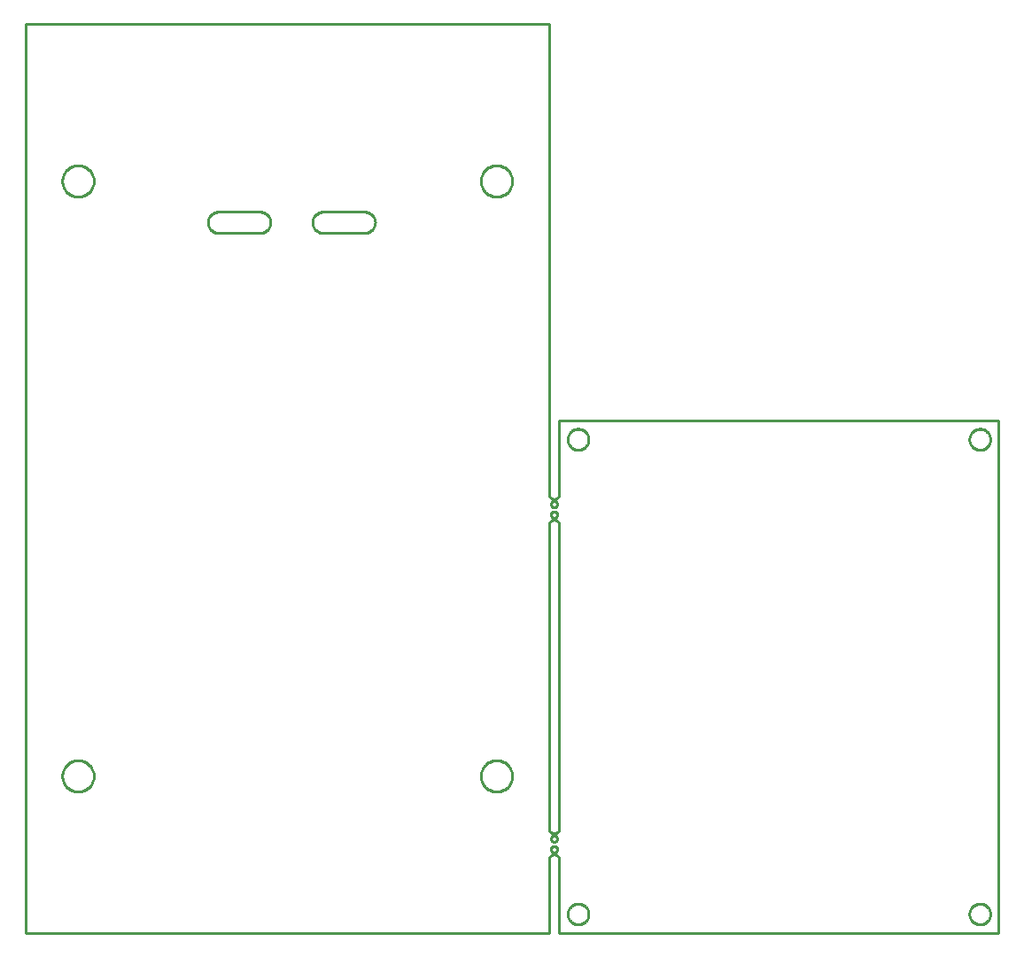
<source format=gbr>
G04 EAGLE Gerber RS-274X export*
G75*
%MOMM*%
%FSLAX34Y34*%
%LPD*%
%AMOC8*
5,1,8,0,0,1.08239X$1,22.5*%
G01*
%ADD10C,0.254000*%


D10*
X0Y0D02*
X500000Y0D01*
X500000Y70000D01*
X500019Y70436D01*
X500076Y70868D01*
X500170Y71294D01*
X500302Y71710D01*
X500468Y72113D01*
X500670Y72500D01*
X500904Y72868D01*
X501170Y73214D01*
X501464Y73536D01*
X501786Y73830D01*
X502132Y74096D01*
X502500Y74330D01*
X502887Y74532D01*
X503290Y74698D01*
X503706Y74830D01*
X504132Y74924D01*
X504564Y74981D01*
X505000Y75000D01*
X505436Y74981D01*
X505868Y74924D01*
X506294Y74830D01*
X506710Y74698D01*
X507113Y74532D01*
X507500Y74330D01*
X507868Y74096D01*
X508214Y73830D01*
X508536Y73536D01*
X508830Y73214D01*
X509096Y72868D01*
X509330Y72500D01*
X509532Y72113D01*
X509698Y71710D01*
X509830Y71294D01*
X509924Y70868D01*
X509981Y70436D01*
X510000Y70000D01*
X510000Y0D01*
X930000Y0D01*
X930000Y490000D01*
X510000Y490000D01*
X510000Y420000D01*
X509981Y419564D01*
X509924Y419132D01*
X509830Y418706D01*
X509698Y418290D01*
X509532Y417887D01*
X509330Y417500D01*
X509096Y417132D01*
X508830Y416786D01*
X508536Y416464D01*
X508214Y416170D01*
X507868Y415904D01*
X507500Y415670D01*
X507113Y415468D01*
X506710Y415302D01*
X506294Y415170D01*
X505868Y415076D01*
X505436Y415019D01*
X505000Y415000D01*
X504564Y415019D01*
X504132Y415076D01*
X503706Y415170D01*
X503290Y415302D01*
X502887Y415468D01*
X502500Y415670D01*
X502132Y415904D01*
X501786Y416170D01*
X501464Y416464D01*
X501170Y416786D01*
X500904Y417132D01*
X500670Y417500D01*
X500468Y417887D01*
X500302Y418290D01*
X500170Y418706D01*
X500076Y419132D01*
X500019Y419564D01*
X500000Y420000D01*
X500000Y869000D01*
X0Y869000D01*
X0Y0D01*
X284000Y669450D02*
X324000Y669450D01*
X324872Y669488D01*
X325736Y669602D01*
X326588Y669791D01*
X327420Y670053D01*
X328226Y670387D01*
X329000Y670790D01*
X329736Y671258D01*
X330428Y671790D01*
X331071Y672379D01*
X331660Y673022D01*
X332192Y673714D01*
X332660Y674450D01*
X333063Y675224D01*
X333397Y676030D01*
X333659Y676862D01*
X333848Y677714D01*
X333962Y678578D01*
X334000Y679450D01*
X333962Y680322D01*
X333848Y681186D01*
X333659Y682038D01*
X333397Y682870D01*
X333063Y683676D01*
X332660Y684450D01*
X332192Y685186D01*
X331660Y685878D01*
X331071Y686521D01*
X330428Y687110D01*
X329736Y687642D01*
X329000Y688110D01*
X328226Y688513D01*
X327420Y688847D01*
X326588Y689109D01*
X325736Y689298D01*
X324872Y689412D01*
X324000Y689450D01*
X284000Y689450D01*
X283128Y689412D01*
X282264Y689298D01*
X281412Y689109D01*
X280580Y688847D01*
X279774Y688513D01*
X279000Y688110D01*
X278264Y687642D01*
X277572Y687110D01*
X276929Y686521D01*
X276340Y685878D01*
X275808Y685186D01*
X275340Y684450D01*
X274937Y683676D01*
X274603Y682870D01*
X274341Y682038D01*
X274152Y681186D01*
X274038Y680322D01*
X274000Y679450D01*
X274038Y678578D01*
X274152Y677714D01*
X274341Y676862D01*
X274603Y676030D01*
X274937Y675224D01*
X275340Y674450D01*
X275808Y673714D01*
X276340Y673022D01*
X276929Y672379D01*
X277572Y671790D01*
X278264Y671258D01*
X279000Y670790D01*
X279774Y670387D01*
X280580Y670053D01*
X281412Y669791D01*
X282264Y669602D01*
X283128Y669488D01*
X284000Y669450D01*
X184000Y669450D02*
X224000Y669450D01*
X224872Y669488D01*
X225736Y669602D01*
X226588Y669791D01*
X227420Y670053D01*
X228226Y670387D01*
X229000Y670790D01*
X229736Y671258D01*
X230428Y671790D01*
X231071Y672379D01*
X231660Y673022D01*
X232192Y673714D01*
X232660Y674450D01*
X233063Y675224D01*
X233397Y676030D01*
X233659Y676862D01*
X233848Y677714D01*
X233962Y678578D01*
X234000Y679450D01*
X233962Y680322D01*
X233848Y681186D01*
X233659Y682038D01*
X233397Y682870D01*
X233063Y683676D01*
X232660Y684450D01*
X232192Y685186D01*
X231660Y685878D01*
X231071Y686521D01*
X230428Y687110D01*
X229736Y687642D01*
X229000Y688110D01*
X228226Y688513D01*
X227420Y688847D01*
X226588Y689109D01*
X225736Y689298D01*
X224872Y689412D01*
X224000Y689450D01*
X184000Y689450D01*
X183128Y689412D01*
X182264Y689298D01*
X181412Y689109D01*
X180580Y688847D01*
X179774Y688513D01*
X179000Y688110D01*
X178264Y687642D01*
X177572Y687110D01*
X176929Y686521D01*
X176340Y685878D01*
X175808Y685186D01*
X175340Y684450D01*
X174937Y683676D01*
X174603Y682870D01*
X174341Y682038D01*
X174152Y681186D01*
X174038Y680322D01*
X174000Y679450D01*
X174038Y678578D01*
X174152Y677714D01*
X174341Y676862D01*
X174603Y676030D01*
X174937Y675224D01*
X175340Y674450D01*
X175808Y673714D01*
X176340Y673022D01*
X176929Y672379D01*
X177572Y671790D01*
X178264Y671258D01*
X179000Y670790D01*
X179774Y670387D01*
X180580Y670053D01*
X181412Y669791D01*
X182264Y669602D01*
X183128Y669488D01*
X184000Y669450D01*
X500000Y100000D02*
X500019Y99564D01*
X500076Y99132D01*
X500170Y98706D01*
X500302Y98290D01*
X500468Y97887D01*
X500670Y97500D01*
X500904Y97132D01*
X501170Y96786D01*
X501464Y96464D01*
X501786Y96170D01*
X502132Y95904D01*
X502500Y95670D01*
X502887Y95468D01*
X503290Y95302D01*
X503706Y95170D01*
X504132Y95076D01*
X504564Y95019D01*
X505000Y95000D01*
X505436Y95019D01*
X505868Y95076D01*
X506294Y95170D01*
X506710Y95302D01*
X507113Y95468D01*
X507500Y95670D01*
X507868Y95904D01*
X508214Y96170D01*
X508536Y96464D01*
X508830Y96786D01*
X509096Y97132D01*
X509330Y97500D01*
X509532Y97887D01*
X509698Y98290D01*
X509830Y98706D01*
X509924Y99132D01*
X509981Y99564D01*
X510000Y100000D01*
X510000Y390000D01*
X509981Y390436D01*
X509924Y390868D01*
X509830Y391294D01*
X509698Y391710D01*
X509532Y392113D01*
X509330Y392500D01*
X509096Y392868D01*
X508830Y393214D01*
X508536Y393536D01*
X508214Y393830D01*
X507868Y394096D01*
X507500Y394330D01*
X507113Y394532D01*
X506710Y394698D01*
X506294Y394830D01*
X505868Y394924D01*
X505436Y394981D01*
X505000Y395000D01*
X504564Y394981D01*
X504132Y394924D01*
X503706Y394830D01*
X503290Y394698D01*
X502887Y394532D01*
X502500Y394330D01*
X502132Y394096D01*
X501786Y393830D01*
X501464Y393536D01*
X501170Y393214D01*
X500904Y392868D01*
X500670Y392500D01*
X500468Y392113D01*
X500302Y391710D01*
X500170Y391294D01*
X500076Y390868D01*
X500019Y390436D01*
X500000Y390000D01*
X500000Y323850D01*
X500000Y100000D01*
X65000Y149464D02*
X64924Y148396D01*
X64771Y147335D01*
X64543Y146288D01*
X64241Y145260D01*
X63867Y144256D01*
X63422Y143281D01*
X62908Y142341D01*
X62329Y141440D01*
X61687Y140582D01*
X60985Y139772D01*
X60228Y139015D01*
X59418Y138313D01*
X58560Y137671D01*
X57659Y137092D01*
X56719Y136578D01*
X55744Y136133D01*
X54740Y135759D01*
X53712Y135457D01*
X52665Y135229D01*
X51604Y135076D01*
X50536Y135000D01*
X49464Y135000D01*
X48396Y135076D01*
X47335Y135229D01*
X46288Y135457D01*
X45260Y135759D01*
X44256Y136133D01*
X43281Y136578D01*
X42341Y137092D01*
X41440Y137671D01*
X40582Y138313D01*
X39772Y139015D01*
X39015Y139772D01*
X38313Y140582D01*
X37671Y141440D01*
X37092Y142341D01*
X36578Y143281D01*
X36133Y144256D01*
X35759Y145260D01*
X35457Y146288D01*
X35229Y147335D01*
X35076Y148396D01*
X35000Y149464D01*
X35000Y150536D01*
X35076Y151604D01*
X35229Y152665D01*
X35457Y153712D01*
X35759Y154740D01*
X36133Y155744D01*
X36578Y156719D01*
X37092Y157659D01*
X37671Y158560D01*
X38313Y159418D01*
X39015Y160228D01*
X39772Y160985D01*
X40582Y161687D01*
X41440Y162329D01*
X42341Y162908D01*
X43281Y163422D01*
X44256Y163867D01*
X45260Y164241D01*
X46288Y164543D01*
X47335Y164771D01*
X48396Y164924D01*
X49464Y165000D01*
X50536Y165000D01*
X51604Y164924D01*
X52665Y164771D01*
X53712Y164543D01*
X54740Y164241D01*
X55744Y163867D01*
X56719Y163422D01*
X57659Y162908D01*
X58560Y162329D01*
X59418Y161687D01*
X60228Y160985D01*
X60985Y160228D01*
X61687Y159418D01*
X62329Y158560D01*
X62908Y157659D01*
X63422Y156719D01*
X63867Y155744D01*
X64241Y154740D01*
X64543Y153712D01*
X64771Y152665D01*
X64924Y151604D01*
X65000Y150536D01*
X65000Y149464D01*
X465000Y149464D02*
X464924Y148396D01*
X464771Y147335D01*
X464543Y146288D01*
X464241Y145260D01*
X463867Y144256D01*
X463422Y143281D01*
X462908Y142341D01*
X462329Y141440D01*
X461687Y140582D01*
X460985Y139772D01*
X460228Y139015D01*
X459418Y138313D01*
X458560Y137671D01*
X457659Y137092D01*
X456719Y136578D01*
X455744Y136133D01*
X454740Y135759D01*
X453712Y135457D01*
X452665Y135229D01*
X451604Y135076D01*
X450536Y135000D01*
X449464Y135000D01*
X448396Y135076D01*
X447335Y135229D01*
X446288Y135457D01*
X445260Y135759D01*
X444256Y136133D01*
X443281Y136578D01*
X442341Y137092D01*
X441440Y137671D01*
X440582Y138313D01*
X439772Y139015D01*
X439015Y139772D01*
X438313Y140582D01*
X437671Y141440D01*
X437092Y142341D01*
X436578Y143281D01*
X436133Y144256D01*
X435759Y145260D01*
X435457Y146288D01*
X435229Y147335D01*
X435076Y148396D01*
X435000Y149464D01*
X435000Y150536D01*
X435076Y151604D01*
X435229Y152665D01*
X435457Y153712D01*
X435759Y154740D01*
X436133Y155744D01*
X436578Y156719D01*
X437092Y157659D01*
X437671Y158560D01*
X438313Y159418D01*
X439015Y160228D01*
X439772Y160985D01*
X440582Y161687D01*
X441440Y162329D01*
X442341Y162908D01*
X443281Y163422D01*
X444256Y163867D01*
X445260Y164241D01*
X446288Y164543D01*
X447335Y164771D01*
X448396Y164924D01*
X449464Y165000D01*
X450536Y165000D01*
X451604Y164924D01*
X452665Y164771D01*
X453712Y164543D01*
X454740Y164241D01*
X455744Y163867D01*
X456719Y163422D01*
X457659Y162908D01*
X458560Y162329D01*
X459418Y161687D01*
X460228Y160985D01*
X460985Y160228D01*
X461687Y159418D01*
X462329Y158560D01*
X462908Y157659D01*
X463422Y156719D01*
X463867Y155744D01*
X464241Y154740D01*
X464543Y153712D01*
X464771Y152665D01*
X464924Y151604D01*
X465000Y150536D01*
X465000Y149464D01*
X65000Y718464D02*
X64924Y717396D01*
X64771Y716335D01*
X64543Y715288D01*
X64241Y714260D01*
X63867Y713256D01*
X63422Y712281D01*
X62908Y711341D01*
X62329Y710440D01*
X61687Y709582D01*
X60985Y708772D01*
X60228Y708015D01*
X59418Y707313D01*
X58560Y706671D01*
X57659Y706092D01*
X56719Y705578D01*
X55744Y705133D01*
X54740Y704759D01*
X53712Y704457D01*
X52665Y704229D01*
X51604Y704076D01*
X50536Y704000D01*
X49464Y704000D01*
X48396Y704076D01*
X47335Y704229D01*
X46288Y704457D01*
X45260Y704759D01*
X44256Y705133D01*
X43281Y705578D01*
X42341Y706092D01*
X41440Y706671D01*
X40582Y707313D01*
X39772Y708015D01*
X39015Y708772D01*
X38313Y709582D01*
X37671Y710440D01*
X37092Y711341D01*
X36578Y712281D01*
X36133Y713256D01*
X35759Y714260D01*
X35457Y715288D01*
X35229Y716335D01*
X35076Y717396D01*
X35000Y718464D01*
X35000Y719536D01*
X35076Y720604D01*
X35229Y721665D01*
X35457Y722712D01*
X35759Y723740D01*
X36133Y724744D01*
X36578Y725719D01*
X37092Y726659D01*
X37671Y727560D01*
X38313Y728418D01*
X39015Y729228D01*
X39772Y729985D01*
X40582Y730687D01*
X41440Y731329D01*
X42341Y731908D01*
X43281Y732422D01*
X44256Y732867D01*
X45260Y733241D01*
X46288Y733543D01*
X47335Y733771D01*
X48396Y733924D01*
X49464Y734000D01*
X50536Y734000D01*
X51604Y733924D01*
X52665Y733771D01*
X53712Y733543D01*
X54740Y733241D01*
X55744Y732867D01*
X56719Y732422D01*
X57659Y731908D01*
X58560Y731329D01*
X59418Y730687D01*
X60228Y729985D01*
X60985Y729228D01*
X61687Y728418D01*
X62329Y727560D01*
X62908Y726659D01*
X63422Y725719D01*
X63867Y724744D01*
X64241Y723740D01*
X64543Y722712D01*
X64771Y721665D01*
X64924Y720604D01*
X65000Y719536D01*
X65000Y718464D01*
X465000Y718464D02*
X464924Y717396D01*
X464771Y716335D01*
X464543Y715288D01*
X464241Y714260D01*
X463867Y713256D01*
X463422Y712281D01*
X462908Y711341D01*
X462329Y710440D01*
X461687Y709582D01*
X460985Y708772D01*
X460228Y708015D01*
X459418Y707313D01*
X458560Y706671D01*
X457659Y706092D01*
X456719Y705578D01*
X455744Y705133D01*
X454740Y704759D01*
X453712Y704457D01*
X452665Y704229D01*
X451604Y704076D01*
X450536Y704000D01*
X449464Y704000D01*
X448396Y704076D01*
X447335Y704229D01*
X446288Y704457D01*
X445260Y704759D01*
X444256Y705133D01*
X443281Y705578D01*
X442341Y706092D01*
X441440Y706671D01*
X440582Y707313D01*
X439772Y708015D01*
X439015Y708772D01*
X438313Y709582D01*
X437671Y710440D01*
X437092Y711341D01*
X436578Y712281D01*
X436133Y713256D01*
X435759Y714260D01*
X435457Y715288D01*
X435229Y716335D01*
X435076Y717396D01*
X435000Y718464D01*
X435000Y719536D01*
X435076Y720604D01*
X435229Y721665D01*
X435457Y722712D01*
X435759Y723740D01*
X436133Y724744D01*
X436578Y725719D01*
X437092Y726659D01*
X437671Y727560D01*
X438313Y728418D01*
X439015Y729228D01*
X439772Y729985D01*
X440582Y730687D01*
X441440Y731329D01*
X442341Y731908D01*
X443281Y732422D01*
X444256Y732867D01*
X445260Y733241D01*
X446288Y733543D01*
X447335Y733771D01*
X448396Y733924D01*
X449464Y734000D01*
X450536Y734000D01*
X451604Y733924D01*
X452665Y733771D01*
X453712Y733543D01*
X454740Y733241D01*
X455744Y732867D01*
X456719Y732422D01*
X457659Y731908D01*
X458560Y731329D01*
X459418Y730687D01*
X460228Y729985D01*
X460985Y729228D01*
X461687Y728418D01*
X462329Y727560D01*
X462908Y726659D01*
X463422Y725719D01*
X463867Y724744D01*
X464241Y723740D01*
X464543Y722712D01*
X464771Y721665D01*
X464924Y720604D01*
X465000Y719536D01*
X465000Y718464D01*
X922000Y17563D02*
X921924Y16694D01*
X921772Y15834D01*
X921546Y14990D01*
X921248Y14170D01*
X920879Y13378D01*
X920442Y12622D01*
X919941Y11907D01*
X919380Y11238D01*
X918762Y10620D01*
X918093Y10059D01*
X917378Y9558D01*
X916622Y9121D01*
X915830Y8752D01*
X915010Y8454D01*
X914166Y8228D01*
X913307Y8076D01*
X912437Y8000D01*
X911563Y8000D01*
X910694Y8076D01*
X909834Y8228D01*
X908990Y8454D01*
X908170Y8752D01*
X907378Y9121D01*
X906622Y9558D01*
X905907Y10059D01*
X905238Y10620D01*
X904620Y11238D01*
X904059Y11907D01*
X903558Y12622D01*
X903121Y13378D01*
X902752Y14170D01*
X902454Y14990D01*
X902228Y15834D01*
X902076Y16694D01*
X902000Y17563D01*
X902000Y18437D01*
X902076Y19307D01*
X902228Y20166D01*
X902454Y21010D01*
X902752Y21830D01*
X903121Y22622D01*
X903558Y23378D01*
X904059Y24093D01*
X904620Y24762D01*
X905238Y25380D01*
X905907Y25941D01*
X906622Y26442D01*
X907378Y26879D01*
X908170Y27248D01*
X908990Y27546D01*
X909834Y27772D01*
X910694Y27924D01*
X911563Y28000D01*
X912437Y28000D01*
X913307Y27924D01*
X914166Y27772D01*
X915010Y27546D01*
X915830Y27248D01*
X916622Y26879D01*
X917378Y26442D01*
X918093Y25941D01*
X918762Y25380D01*
X919380Y24762D01*
X919941Y24093D01*
X920442Y23378D01*
X920879Y22622D01*
X921248Y21830D01*
X921546Y21010D01*
X921772Y20166D01*
X921924Y19307D01*
X922000Y18437D01*
X922000Y17563D01*
X922000Y471563D02*
X921924Y470694D01*
X921772Y469834D01*
X921546Y468990D01*
X921248Y468170D01*
X920879Y467378D01*
X920442Y466622D01*
X919941Y465907D01*
X919380Y465238D01*
X918762Y464620D01*
X918093Y464059D01*
X917378Y463558D01*
X916622Y463121D01*
X915830Y462752D01*
X915010Y462454D01*
X914166Y462228D01*
X913307Y462076D01*
X912437Y462000D01*
X911563Y462000D01*
X910694Y462076D01*
X909834Y462228D01*
X908990Y462454D01*
X908170Y462752D01*
X907378Y463121D01*
X906622Y463558D01*
X905907Y464059D01*
X905238Y464620D01*
X904620Y465238D01*
X904059Y465907D01*
X903558Y466622D01*
X903121Y467378D01*
X902752Y468170D01*
X902454Y468990D01*
X902228Y469834D01*
X902076Y470694D01*
X902000Y471563D01*
X902000Y472437D01*
X902076Y473307D01*
X902228Y474166D01*
X902454Y475010D01*
X902752Y475830D01*
X903121Y476622D01*
X903558Y477378D01*
X904059Y478093D01*
X904620Y478762D01*
X905238Y479380D01*
X905907Y479941D01*
X906622Y480442D01*
X907378Y480879D01*
X908170Y481248D01*
X908990Y481546D01*
X909834Y481772D01*
X910694Y481924D01*
X911563Y482000D01*
X912437Y482000D01*
X913307Y481924D01*
X914166Y481772D01*
X915010Y481546D01*
X915830Y481248D01*
X916622Y480879D01*
X917378Y480442D01*
X918093Y479941D01*
X918762Y479380D01*
X919380Y478762D01*
X919941Y478093D01*
X920442Y477378D01*
X920879Y476622D01*
X921248Y475830D01*
X921546Y475010D01*
X921772Y474166D01*
X921924Y473307D01*
X922000Y472437D01*
X922000Y471563D01*
X538000Y17563D02*
X537924Y16694D01*
X537772Y15834D01*
X537546Y14990D01*
X537248Y14170D01*
X536879Y13378D01*
X536442Y12622D01*
X535941Y11907D01*
X535380Y11238D01*
X534762Y10620D01*
X534093Y10059D01*
X533378Y9558D01*
X532622Y9121D01*
X531830Y8752D01*
X531010Y8454D01*
X530166Y8228D01*
X529307Y8076D01*
X528437Y8000D01*
X527563Y8000D01*
X526694Y8076D01*
X525834Y8228D01*
X524990Y8454D01*
X524170Y8752D01*
X523378Y9121D01*
X522622Y9558D01*
X521907Y10059D01*
X521238Y10620D01*
X520620Y11238D01*
X520059Y11907D01*
X519558Y12622D01*
X519121Y13378D01*
X518752Y14170D01*
X518454Y14990D01*
X518228Y15834D01*
X518076Y16694D01*
X518000Y17563D01*
X518000Y18437D01*
X518076Y19307D01*
X518228Y20166D01*
X518454Y21010D01*
X518752Y21830D01*
X519121Y22622D01*
X519558Y23378D01*
X520059Y24093D01*
X520620Y24762D01*
X521238Y25380D01*
X521907Y25941D01*
X522622Y26442D01*
X523378Y26879D01*
X524170Y27248D01*
X524990Y27546D01*
X525834Y27772D01*
X526694Y27924D01*
X527563Y28000D01*
X528437Y28000D01*
X529307Y27924D01*
X530166Y27772D01*
X531010Y27546D01*
X531830Y27248D01*
X532622Y26879D01*
X533378Y26442D01*
X534093Y25941D01*
X534762Y25380D01*
X535380Y24762D01*
X535941Y24093D01*
X536442Y23378D01*
X536879Y22622D01*
X537248Y21830D01*
X537546Y21010D01*
X537772Y20166D01*
X537924Y19307D01*
X538000Y18437D01*
X538000Y17563D01*
X538000Y471563D02*
X537924Y470694D01*
X537772Y469834D01*
X537546Y468990D01*
X537248Y468170D01*
X536879Y467378D01*
X536442Y466622D01*
X535941Y465907D01*
X535380Y465238D01*
X534762Y464620D01*
X534093Y464059D01*
X533378Y463558D01*
X532622Y463121D01*
X531830Y462752D01*
X531010Y462454D01*
X530166Y462228D01*
X529307Y462076D01*
X528437Y462000D01*
X527563Y462000D01*
X526694Y462076D01*
X525834Y462228D01*
X524990Y462454D01*
X524170Y462752D01*
X523378Y463121D01*
X522622Y463558D01*
X521907Y464059D01*
X521238Y464620D01*
X520620Y465238D01*
X520059Y465907D01*
X519558Y466622D01*
X519121Y467378D01*
X518752Y468170D01*
X518454Y468990D01*
X518228Y469834D01*
X518076Y470694D01*
X518000Y471563D01*
X518000Y472437D01*
X518076Y473307D01*
X518228Y474166D01*
X518454Y475010D01*
X518752Y475830D01*
X519121Y476622D01*
X519558Y477378D01*
X520059Y478093D01*
X520620Y478762D01*
X521238Y479380D01*
X521907Y479941D01*
X522622Y480442D01*
X523378Y480879D01*
X524170Y481248D01*
X524990Y481546D01*
X525834Y481772D01*
X526694Y481924D01*
X527563Y482000D01*
X528437Y482000D01*
X529307Y481924D01*
X530166Y481772D01*
X531010Y481546D01*
X531830Y481248D01*
X532622Y480879D01*
X533378Y480442D01*
X534093Y479941D01*
X534762Y479380D01*
X535380Y478762D01*
X535941Y478093D01*
X536442Y477378D01*
X536879Y476622D01*
X537248Y475830D01*
X537546Y475010D01*
X537772Y474166D01*
X537924Y473307D01*
X538000Y472437D01*
X538000Y471563D01*
X508000Y79764D02*
X507926Y79298D01*
X507780Y78848D01*
X507566Y78428D01*
X507288Y78046D01*
X506954Y77712D01*
X506572Y77434D01*
X506152Y77220D01*
X505703Y77074D01*
X505236Y77000D01*
X504764Y77000D01*
X504298Y77074D01*
X503848Y77220D01*
X503428Y77434D01*
X503046Y77712D01*
X502712Y78046D01*
X502434Y78428D01*
X502220Y78848D01*
X502074Y79298D01*
X502000Y79764D01*
X502000Y80236D01*
X502074Y80703D01*
X502220Y81152D01*
X502434Y81572D01*
X502712Y81954D01*
X503046Y82288D01*
X503428Y82566D01*
X503848Y82780D01*
X504298Y82926D01*
X504764Y83000D01*
X505236Y83000D01*
X505703Y82926D01*
X506152Y82780D01*
X506572Y82566D01*
X506954Y82288D01*
X507288Y81954D01*
X507566Y81572D01*
X507780Y81152D01*
X507926Y80703D01*
X508000Y80236D01*
X508000Y79764D01*
X508000Y89764D02*
X507926Y89298D01*
X507780Y88848D01*
X507566Y88428D01*
X507288Y88046D01*
X506954Y87712D01*
X506572Y87434D01*
X506152Y87220D01*
X505703Y87074D01*
X505236Y87000D01*
X504764Y87000D01*
X504298Y87074D01*
X503848Y87220D01*
X503428Y87434D01*
X503046Y87712D01*
X502712Y88046D01*
X502434Y88428D01*
X502220Y88848D01*
X502074Y89298D01*
X502000Y89764D01*
X502000Y90236D01*
X502074Y90703D01*
X502220Y91152D01*
X502434Y91572D01*
X502712Y91954D01*
X503046Y92288D01*
X503428Y92566D01*
X503848Y92780D01*
X504298Y92926D01*
X504764Y93000D01*
X505236Y93000D01*
X505703Y92926D01*
X506152Y92780D01*
X506572Y92566D01*
X506954Y92288D01*
X507288Y91954D01*
X507566Y91572D01*
X507780Y91152D01*
X507926Y90703D01*
X508000Y90236D01*
X508000Y89764D01*
X508000Y399764D02*
X507926Y399298D01*
X507780Y398848D01*
X507566Y398428D01*
X507288Y398046D01*
X506954Y397712D01*
X506572Y397434D01*
X506152Y397220D01*
X505703Y397074D01*
X505236Y397000D01*
X504764Y397000D01*
X504298Y397074D01*
X503848Y397220D01*
X503428Y397434D01*
X503046Y397712D01*
X502712Y398046D01*
X502434Y398428D01*
X502220Y398848D01*
X502074Y399298D01*
X502000Y399764D01*
X502000Y400236D01*
X502074Y400703D01*
X502220Y401152D01*
X502434Y401572D01*
X502712Y401954D01*
X503046Y402288D01*
X503428Y402566D01*
X503848Y402780D01*
X504298Y402926D01*
X504764Y403000D01*
X505236Y403000D01*
X505703Y402926D01*
X506152Y402780D01*
X506572Y402566D01*
X506954Y402288D01*
X507288Y401954D01*
X507566Y401572D01*
X507780Y401152D01*
X507926Y400703D01*
X508000Y400236D01*
X508000Y399764D01*
X508000Y409764D02*
X507926Y409298D01*
X507780Y408848D01*
X507566Y408428D01*
X507288Y408046D01*
X506954Y407712D01*
X506572Y407434D01*
X506152Y407220D01*
X505703Y407074D01*
X505236Y407000D01*
X504764Y407000D01*
X504298Y407074D01*
X503848Y407220D01*
X503428Y407434D01*
X503046Y407712D01*
X502712Y408046D01*
X502434Y408428D01*
X502220Y408848D01*
X502074Y409298D01*
X502000Y409764D01*
X502000Y410236D01*
X502074Y410703D01*
X502220Y411152D01*
X502434Y411572D01*
X502712Y411954D01*
X503046Y412288D01*
X503428Y412566D01*
X503848Y412780D01*
X504298Y412926D01*
X504764Y413000D01*
X505236Y413000D01*
X505703Y412926D01*
X506152Y412780D01*
X506572Y412566D01*
X506954Y412288D01*
X507288Y411954D01*
X507566Y411572D01*
X507780Y411152D01*
X507926Y410703D01*
X508000Y410236D01*
X508000Y409764D01*
M02*

</source>
